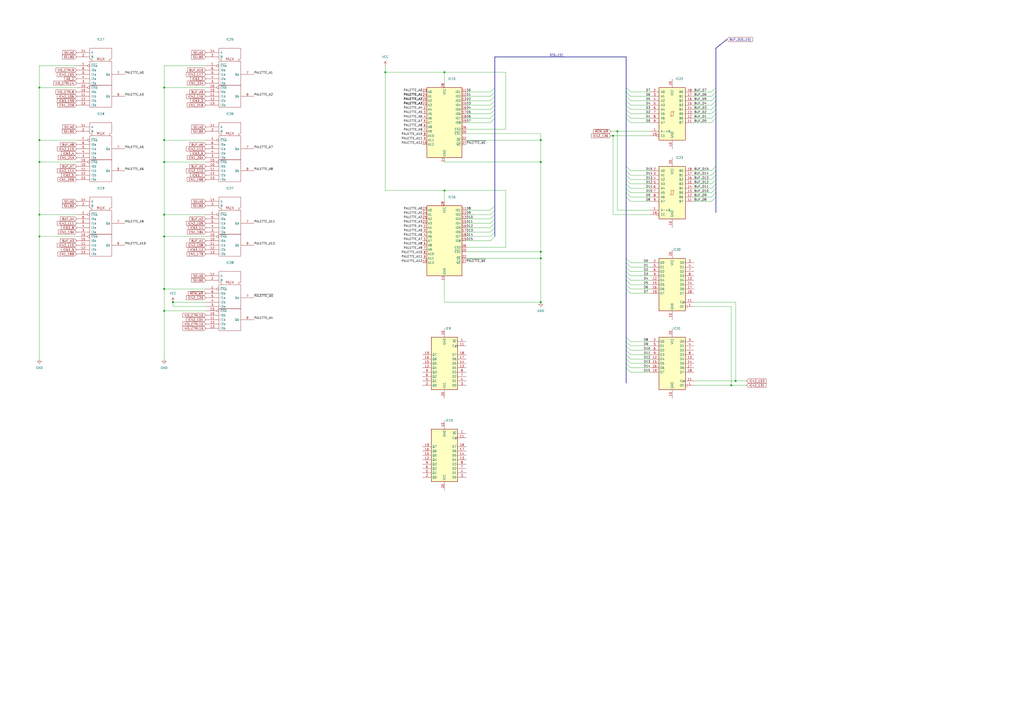
<source format=kicad_sch>
(kicad_sch (version 20211123) (generator eeschema)
  (paper "A2")
  (lib_symbols
    (symbol "74xx:74LS245" (pin_names (offset 1.016))
      (property "Reference" "U" (at -7.62 16.51 0))
      (property "Value" "74LS245" (at -7.62 -16.51 0))
      (symbol "74LS245_1_0"
        (polyline (pts (xy -0.635 -1.27) (xy -0.635 1.27) (xy 0.635 1.27)))
        (polyline (pts (xy -1.27 -1.27) (xy 0.635 -1.27) (xy 0.635 1.27) (xy 1.27 1.27)))
        (pin input line (at -12.7 -10.16 0) (length 5.08) (name "A->B") (number "1"))
        (pin power_in line (at 0 -20.32 90) (length 5.08) (name "GND") (number "10"))
        (pin tri_state line (at 12.7 -5.08 180) (length 5.08) (name "B7") (number "11"))
        (pin tri_state line (at 12.7 -2.54 180) (length 5.08) (name "B6") (number "12"))
        (pin tri_state line (at 12.7 0 180) (length 5.08) (name "B5") (number "13"))
        (pin tri_state line (at 12.7 2.54 180) (length 5.08) (name "B4") (number "14"))
        (pin tri_state line (at 12.7 5.08 180) (length 5.08) (name "B3") (number "15"))
        (pin tri_state line (at 12.7 7.62 180) (length 5.08) (name "B2") (number "16"))
        (pin tri_state line (at 12.7 10.16 180) (length 5.08) (name "B1") (number "17"))
        (pin tri_state line (at 12.7 12.7 180) (length 5.08) (name "B0") (number "18"))
        (pin input inverted (at -12.7 -12.7 0) (length 5.08) (name "CE") (number "19"))
        (pin tri_state line (at -12.7 12.7 0) (length 5.08) (name "A0") (number "2"))
        (pin power_in line (at 0 20.32 270) (length 5.08) (name "VCC") (number "20"))
        (pin tri_state line (at -12.7 10.16 0) (length 5.08) (name "A1") (number "3"))
        (pin tri_state line (at -12.7 7.62 0) (length 5.08) (name "A2") (number "4"))
        (pin tri_state line (at -12.7 5.08 0) (length 5.08) (name "A3") (number "5"))
        (pin tri_state line (at -12.7 2.54 0) (length 5.08) (name "A4") (number "6"))
        (pin tri_state line (at -12.7 0 0) (length 5.08) (name "A5") (number "7"))
        (pin tri_state line (at -12.7 -2.54 0) (length 5.08) (name "A6") (number "8"))
        (pin tri_state line (at -12.7 -5.08 0) (length 5.08) (name "A7") (number "9"))
      )
      (symbol "74LS245_1_1"
        (rectangle (start -7.62 15.24) (end 7.62 -15.24) (stroke (width 0.254)) (fill (type background)))
      )
    )
    (symbol "74xx:74LS273"
      (property "Reference" "U" (at -7.62 16.51 0))
      (property "Value" "74LS273" (at -7.62 -16.51 0))
      (symbol "74LS273_1_0"
        (pin input line (at -12.7 -12.7 0) (length 5.08) (name "~{Mr}") (number "1"))
        (pin power_in line (at 0 -20.32 90) (length 5.08) (name "GND") (number "10"))
        (pin input clock (at -12.7 -10.16 0) (length 5.08) (name "Cp") (number "11"))
        (pin output line (at 12.7 2.54 180) (length 5.08) (name "Q4") (number "12"))
        (pin input line (at -12.7 2.54 0) (length 5.08) (name "D4") (number "13"))
        (pin input line (at -12.7 0 0) (length 5.08) (name "D5") (number "14"))
        (pin output line (at 12.7 0 180) (length 5.08) (name "Q5") (number "15"))
        (pin output line (at 12.7 -2.54 180) (length 5.08) (name "Q6") (number "16"))
        (pin input line (at -12.7 -2.54 0) (length 5.08) (name "D6") (number "17"))
        (pin input line (at -12.7 -5.08 0) (length 5.08) (name "D7") (number "18"))
        (pin output line (at 12.7 -5.08 180) (length 5.08) (name "Q7") (number "19"))
        (pin output line (at 12.7 12.7 180) (length 5.08) (name "Q0") (number "2"))
        (pin power_in line (at 0 20.32 270) (length 5.08) (name "VCC") (number "20"))
        (pin input line (at -12.7 12.7 0) (length 5.08) (name "D0") (number "3"))
        (pin input line (at -12.7 10.16 0) (length 5.08) (name "D1") (number "4"))
        (pin output line (at 12.7 10.16 180) (length 5.08) (name "Q1") (number "5"))
        (pin output line (at 12.7 7.62 180) (length 5.08) (name "Q2") (number "6"))
        (pin input line (at -12.7 7.62 0) (length 5.08) (name "D2") (number "7"))
        (pin input line (at -12.7 5.08 0) (length 5.08) (name "D3") (number "8"))
        (pin output line (at 12.7 5.08 180) (length 5.08) (name "Q3") (number "9"))
      )
      (symbol "74LS273_1_1"
        (rectangle (start -7.62 15.24) (end 7.62 -15.24) (stroke (width 0.254)) (fill (type background)))
      )
    )
    (symbol "74xx:74LS374"
      (property "Reference" "U" (at -7.62 16.51 0))
      (property "Value" "74LS374" (at -7.62 -16.51 0))
      (symbol "74LS374_1_0"
        (pin input inverted (at -12.7 -12.7 0) (length 5.08) (name "OE") (number "1"))
        (pin power_in line (at 0 -20.32 90) (length 5.08) (name "GND") (number "10"))
        (pin input clock (at -12.7 -10.16 0) (length 5.08) (name "Cp") (number "11"))
        (pin tri_state line (at 12.7 2.54 180) (length 5.08) (name "O4") (number "12"))
        (pin input line (at -12.7 2.54 0) (length 5.08) (name "D4") (number "13"))
        (pin input line (at -12.7 0 0) (length 5.08) (name "D5") (number "14"))
        (pin tri_state line (at 12.7 0 180) (length 5.08) (name "O5") (number "15"))
        (pin tri_state line (at 12.7 -2.54 180) (length 5.08) (name "O6") (number "16"))
        (pin input line (at -12.7 -2.54 0) (length 5.08) (name "D6") (number "17"))
        (pin input line (at -12.7 -5.08 0) (length 5.08) (name "D7") (number "18"))
        (pin tri_state line (at 12.7 -5.08 180) (length 5.08) (name "O7") (number "19"))
        (pin tri_state line (at 12.7 12.7 180) (length 5.08) (name "O0") (number "2"))
        (pin power_in line (at 0 20.32 270) (length 5.08) (name "VCC") (number "20"))
        (pin input line (at -12.7 12.7 0) (length 5.08) (name "D0") (number "3"))
        (pin input line (at -12.7 10.16 0) (length 5.08) (name "D1") (number "4"))
        (pin tri_state line (at 12.7 10.16 180) (length 5.08) (name "O1") (number "5"))
        (pin tri_state line (at 12.7 7.62 180) (length 5.08) (name "O2") (number "6"))
        (pin input line (at -12.7 7.62 0) (length 5.08) (name "D2") (number "7"))
        (pin input line (at -12.7 5.08 0) (length 5.08) (name "D3") (number "8"))
        (pin tri_state line (at 12.7 5.08 180) (length 5.08) (name "O3") (number "9"))
      )
      (symbol "74LS374_1_1"
        (rectangle (start -7.62 15.24) (end 7.62 -15.24) (stroke (width 0.254)) (fill (type background)))
      )
    )
    (symbol "74xx_IEEE:74153" (pin_names (offset 0.762))
      (property "Reference" "U" (at 7.62 20.32 0))
      (property "Value" "74153" (at 3.81 -16.51 0))
      (symbol "74153_0_0"
        (rectangle (start -6.35 -2.54) (end 6.35 -15.24))
        (rectangle (start -6.35 11.43) (end 6.35 -2.54))
        (polyline (pts (xy -5.08 11.43) (xy -5.08 12.7) (xy -6.35 12.7) (xy -6.35 19.05) (xy 6.35 19.05) (xy 6.35 12.7) (xy 5.08 12.7) (xy 5.08 11.43) (xy 5.08 11.43)))
        (text "MUX" (at 0 12.7 0) (effects (font (size 1.524 1.524))))
        (pin power_in line (at 5.08 19.05 270) (length 0) hide (name "VCC") (number "16"))
        (pin power_in line (at 0 19.05 270) (length 0) hide (name "GND") (number "8"))
      )
      (symbol "74153_1_1"
        (pin input inverted (at -13.97 8.89 0) (length 7.62) (name "~{ENa}") (number "1"))
        (pin input line (at -13.97 -6.35 0) (length 7.62) (name "I0b") (number "10"))
        (pin input line (at -13.97 -8.89 0) (length 7.62) (name "I1b") (number "11"))
        (pin input line (at -13.97 -11.43 0) (length 7.62) (name "I2b") (number "12"))
        (pin input line (at -13.97 -13.97 0) (length 7.62) (name "I3b") (number "13"))
        (pin input line (at -13.97 16.51 0) (length 7.62) (name "A") (number "14"))
        (pin input inverted (at -13.97 -3.81 0) (length 7.62) (name "~{ENb}") (number "15"))
        (pin input line (at -13.97 13.97 0) (length 7.62) (name "B") (number "2"))
        (pin input line (at -13.97 -1.27 0) (length 7.62) (name "I3a") (number "3"))
        (pin input line (at -13.97 1.27 0) (length 7.62) (name "I2a") (number "4"))
        (pin input line (at -13.97 3.81 0) (length 7.62) (name "I1a") (number "5"))
        (pin input line (at -13.97 6.35 0) (length 7.62) (name "I0a") (number "6"))
        (pin output line (at 13.97 3.81 180) (length 7.62) (name "Qa") (number "7"))
        (pin output line (at 13.97 -8.89 180) (length 7.62) (name "Qb") (number "9"))
      )
    )
    (symbol "Irem:MB81C78A"
      (property "Reference" "U" (at -10.16 20.955 0))
      (property "Value" "MB81C78A" (at 8.89 21.59 0))
      (symbol "MB81C78A_0_0"
        (pin power_in line (at 0 -22.86 90) (length 2.54) (name "GND") (number "14"))
        (pin power_in line (at 0 22.86 270) (length 2.54) (name "VCC") (number "28"))
      )
      (symbol "MB81C78A_0_1"
        (rectangle (start -10.16 20.32) (end 10.16 -20.32) (stroke (width 0.254)) (fill (type background)))
      )
      (symbol "MB81C78A_1_1"
        (pin no_connect line (at -12.7 -17.78 0) (length 2.54) hide (name "NC") (number "1"))
        (pin input line (at -12.7 -12.7 0) (length 2.54) (name "A12") (number "10"))
        (pin tri_state line (at 12.7 17.78 180) (length 2.54) (name "IO1") (number "11"))
        (pin tri_state line (at 12.7 15.24 180) (length 2.54) (name "IO2") (number "12"))
        (pin tri_state line (at 12.7 12.7 180) (length 2.54) (name "IO3") (number "13"))
        (pin tri_state line (at 12.7 10.16 180) (length 2.54) (name "IO4") (number "15"))
        (pin tri_state line (at 12.7 7.62 180) (length 2.54) (name "IO5") (number "16"))
        (pin tri_state line (at 12.7 5.08 180) (length 2.54) (name "IO6") (number "17"))
        (pin tri_state line (at 12.7 2.54 180) (length 2.54) (name "IO7") (number "18"))
        (pin tri_state line (at 12.7 0 180) (length 2.54) (name "IO8") (number "19"))
        (pin input line (at -12.7 7.62 0) (length 2.54) (name "A4") (number "2"))
        (pin input line (at 12.7 -6.35 180) (length 2.54) (name "~{CS1}") (number "20"))
        (pin input line (at -12.7 10.16 0) (length 2.54) (name "A3") (number "21"))
        (pin input line (at 12.7 -10.16 180) (length 2.54) (name "~{OE}") (number "22"))
        (pin input line (at -12.7 17.78 0) (length 2.54) (name "A0") (number "23"))
        (pin input line (at -12.7 15.24 0) (length 2.54) (name "A1") (number "24"))
        (pin input line (at -12.7 12.7 0) (length 2.54) (name "A2") (number "25"))
        (pin input line (at 12.7 -3.81 180) (length 2.54) (name "CS2") (number "26"))
        (pin input line (at 12.7 -12.7 180) (length 2.54) (name "~{WE}") (number "27"))
        (pin input line (at -12.7 5.08 0) (length 2.54) (name "A5") (number "3"))
        (pin input line (at -12.7 2.54 0) (length 2.54) (name "A6") (number "4"))
        (pin input line (at -12.7 0 0) (length 2.54) (name "A7") (number "5"))
        (pin input line (at -12.7 -2.54 0) (length 2.54) (name "A8") (number "6"))
        (pin input line (at -12.7 -5.08 0) (length 2.54) (name "A9") (number "7"))
        (pin input line (at -12.7 -7.62 0) (length 2.54) (name "A10") (number "8"))
        (pin input line (at -12.7 -10.16 0) (length 2.54) (name "A11") (number "9"))
      )
    )
    (symbol "power:GND" (power) (pin_names (offset 0))
      (property "Value" "GND" (at 0 -3.81 0))
      (symbol "GND_0_1"
        (polyline (pts (xy 0 0) (xy 0 -1.27) (xy 1.27 -1.27) (xy 0 -2.54) (xy -1.27 -1.27) (xy 0 -1.27)))
      )
      (symbol "GND_1_1"
        (pin power_in line (at 0 0 270) (length 0) hide (name "GND") (number "1"))
      )
    )
    (symbol "power:VCC" (power) (pin_names (offset 0))
      (property "Value" "VCC" (at 0 3.81 0))
      (symbol "VCC_0_1"
        (polyline (pts (xy -0.762 1.27) (xy 0 2.54)))
        (polyline (pts (xy 0 0) (xy 0 2.54)))
        (polyline (pts (xy 0 2.54) (xy 0.762 1.27)))
      )
      (symbol "VCC_1_1"
        (pin power_in line (at 0 0 90) (length 0) hide (name "VCC") (number "1"))
      )
    )
  )
  (junction (at 95.25 167.64))
  (junction (at 95.25 137.16))
  (junction (at 95.25 81.28))
  (junction (at 223.52 41.91))
  (junction (at 95.25 124.46))
  (junction (at 313.69 149.86))
  (junction (at 257.81 41.91))
  (junction (at 95.25 50.8))
  (junction (at 22.86 81.28))
  (junction (at 355.6 78.74))
  (junction (at 95.25 180.34))
  (junction (at 313.69 175.26))
  (junction (at 22.86 50.8))
  (junction (at 100.33 175.26))
  (junction (at 257.81 110.49))
  (junction (at 426.72 220.98))
  (junction (at 313.69 146.05))
  (junction (at 313.69 81.28))
  (junction (at 22.86 137.16))
  (junction (at 22.86 124.46))
  (junction (at 22.86 93.98))
  (junction (at 358.14 76.2))
  (junction (at 95.25 93.98))
  (junction (at 313.69 93.98))
  (junction (at 424.18 223.52))
  (bus_entry (at 415.29 111.76) (size -2.54 2.54))
  (bus_entry (at 287.02 68.58) (size -2.54 2.54))
  (bus_entry (at 363.22 99.06) (size 2.54 2.54))
  (bus_entry (at 363.22 53.34) (size 2.54 2.54))
  (bus_entry (at 415.29 55.88) (size -2.54 2.54))
  (bus_entry (at 363.22 55.88) (size 2.54 2.54))
  (bus_entry (at 363.22 154.94) (size 2.54 2.54))
  (bus_entry (at 363.22 162.56) (size 2.54 2.54))
  (bus_entry (at 363.22 203.2) (size 2.54 2.54))
  (bus_entry (at 363.22 210.82) (size 2.54 2.54))
  (bus_entry (at 287.02 55.88) (size -2.54 2.54))
  (bus_entry (at 363.22 160.02) (size 2.54 2.54))
  (bus_entry (at 363.22 198.12) (size 2.54 2.54))
  (bus_entry (at 415.29 99.06) (size -2.54 2.54))
  (bus_entry (at 363.22 149.86) (size 2.54 2.54))
  (bus_entry (at 287.02 66.04) (size -2.54 2.54))
  (bus_entry (at 415.29 104.14) (size -2.54 2.54))
  (bus_entry (at 363.22 200.66) (size 2.54 2.54))
  (bus_entry (at 415.29 60.96) (size -2.54 2.54))
  (bus_entry (at 363.22 165.1) (size 2.54 2.54))
  (bus_entry (at 287.02 124.46) (size -2.54 2.54))
  (bus_entry (at 287.02 50.8) (size -2.54 2.54))
  (bus_entry (at 287.02 63.5) (size -2.54 2.54))
  (bus_entry (at 363.22 152.4) (size 2.54 2.54))
  (bus_entry (at 415.29 106.68) (size -2.54 2.54))
  (bus_entry (at 287.02 127) (size -2.54 2.54))
  (bus_entry (at 363.22 157.48) (size 2.54 2.54))
  (bus_entry (at 415.29 53.34) (size -2.54 2.54))
  (bus_entry (at 363.22 104.14) (size 2.54 2.54))
  (bus_entry (at 287.02 132.08) (size -2.54 2.54))
  (bus_entry (at 415.29 101.6) (size -2.54 2.54))
  (bus_entry (at 363.22 58.42) (size 2.54 2.54))
  (bus_entry (at 415.29 66.04) (size -2.54 2.54))
  (bus_entry (at 287.02 121.92) (size -2.54 2.54))
  (bus_entry (at 363.22 60.96) (size 2.54 2.54))
  (bus_entry (at 415.29 109.22) (size -2.54 2.54))
  (bus_entry (at 363.22 109.22) (size 2.54 2.54))
  (bus_entry (at 287.02 129.54) (size -2.54 2.54))
  (bus_entry (at 287.02 60.96) (size -2.54 2.54))
  (bus_entry (at 363.22 114.3) (size 2.54 2.54))
  (bus_entry (at 415.29 50.8) (size -2.54 2.54))
  (bus_entry (at 363.22 106.68) (size 2.54 2.54))
  (bus_entry (at 415.29 58.42) (size -2.54 2.54))
  (bus_entry (at 415.29 96.52) (size -2.54 2.54))
  (bus_entry (at 287.02 58.42) (size -2.54 2.54))
  (bus_entry (at 415.29 68.58) (size -2.54 2.54))
  (bus_entry (at 363.22 66.04) (size 2.54 2.54))
  (bus_entry (at 287.02 119.38) (size -2.54 2.54))
  (bus_entry (at 363.22 68.58) (size 2.54 2.54))
  (bus_entry (at 363.22 96.52) (size 2.54 2.54))
  (bus_entry (at 363.22 208.28) (size 2.54 2.54))
  (bus_entry (at 363.22 167.64) (size 2.54 2.54))
  (bus_entry (at 363.22 101.6) (size 2.54 2.54))
  (bus_entry (at 363.22 50.8) (size 2.54 2.54))
  (bus_entry (at 363.22 205.74) (size 2.54 2.54))
  (bus_entry (at 363.22 111.76) (size 2.54 2.54))
  (bus_entry (at 415.29 63.5) (size -2.54 2.54))
  (bus_entry (at 287.02 137.16) (size -2.54 2.54))
  (bus_entry (at 363.22 195.58) (size 2.54 2.54))
  (bus_entry (at 363.22 63.5) (size 2.54 2.54))
  (bus_entry (at 363.22 213.36) (size 2.54 2.54))
  (bus_entry (at 415.29 114.3) (size -2.54 2.54))
  (bus_entry (at 287.02 53.34) (size -2.54 2.54))
  (bus_entry (at 287.02 134.62) (size -2.54 2.54))
  (bus (pts (xy 287.02 124.46) (xy 287.02 121.92)))
  (bus (pts (xy 421.64 22.86) (xy 415.29 27.94)))
  (wire (pts (xy 412.75 66.04) (xy 402.59 66.04)))
  (wire (pts (xy 355.6 124.46) (xy 355.6 78.74)))
  (wire (pts (xy 412.75 104.14) (xy 402.59 104.14)))
  (wire (pts (xy 412.75 114.3) (xy 402.59 114.3)))
  (bus (pts (xy 415.29 53.34) (xy 415.29 55.88)))
  (wire (pts (xy 354.33 76.2) (xy 358.14 76.2)))
  (wire (pts (xy 313.69 77.47) (xy 313.69 81.28)))
  (wire (pts (xy 284.48 66.04) (xy 270.51 66.04)))
  (wire (pts (xy 365.76 116.84) (xy 377.19 116.84)))
  (wire (pts (xy 365.76 210.82) (xy 377.19 210.82)))
  (bus (pts (xy 287.02 33.02) (xy 363.22 33.02)))
  (wire (pts (xy 365.76 154.94) (xy 377.19 154.94)))
  (wire (pts (xy 270.51 149.86) (xy 313.69 149.86)))
  (wire (pts (xy 313.69 149.86) (xy 313.69 175.26)))
  (wire (pts (xy 270.51 81.28) (xy 313.69 81.28)))
  (bus (pts (xy 363.22 101.6) (xy 363.22 104.14)))
  (wire (pts (xy 365.76 101.6) (xy 377.19 101.6)))
  (wire (pts (xy 358.14 121.92) (xy 358.14 76.2)))
  (bus (pts (xy 415.29 96.52) (xy 415.29 99.06)))
  (wire (pts (xy 377.19 124.46) (xy 355.6 124.46)))
  (wire (pts (xy 284.48 53.34) (xy 270.51 53.34)))
  (bus (pts (xy 287.02 137.16) (xy 287.02 134.62)))
  (bus (pts (xy 363.22 99.06) (xy 363.22 101.6)))
  (wire (pts (xy 119.38 167.64) (xy 95.25 167.64)))
  (wire (pts (xy 284.48 134.62) (xy 270.51 134.62)))
  (bus (pts (xy 287.02 60.96) (xy 287.02 58.42)))
  (wire (pts (xy 412.75 68.58) (xy 402.59 68.58)))
  (wire (pts (xy 402.59 177.8) (xy 424.18 177.8)))
  (wire (pts (xy 426.72 175.26) (xy 426.72 220.98)))
  (wire (pts (xy 284.48 68.58) (xy 270.51 68.58)))
  (bus (pts (xy 287.02 55.88) (xy 287.02 53.34)))
  (wire (pts (xy 44.45 81.28) (xy 22.86 81.28)))
  (wire (pts (xy 313.69 93.98) (xy 313.69 146.05)))
  (wire (pts (xy 293.37 41.91) (xy 257.81 41.91)))
  (wire (pts (xy 365.76 152.4) (xy 377.19 152.4)))
  (bus (pts (xy 415.29 68.58) (xy 415.29 96.52)))
  (wire (pts (xy 365.76 53.34) (xy 377.19 53.34)))
  (bus (pts (xy 363.22 53.34) (xy 363.22 55.88)))
  (bus (pts (xy 415.29 101.6) (xy 415.29 104.14)))
  (wire (pts (xy 365.76 157.48) (xy 377.19 157.48)))
  (bus (pts (xy 363.22 58.42) (xy 363.22 60.96)))
  (bus (pts (xy 415.29 58.42) (xy 415.29 60.96)))
  (wire (pts (xy 412.75 101.6) (xy 402.59 101.6)))
  (bus (pts (xy 363.22 162.56) (xy 363.22 165.1)))
  (wire (pts (xy 22.86 208.28) (xy 22.86 137.16)))
  (bus (pts (xy 363.22 66.04) (xy 363.22 68.58)))
  (wire (pts (xy 95.25 93.98) (xy 95.25 81.28)))
  (wire (pts (xy 270.51 74.93) (xy 293.37 74.93)))
  (wire (pts (xy 95.25 208.28) (xy 95.25 180.34)))
  (wire (pts (xy 365.76 200.66) (xy 377.19 200.66)))
  (bus (pts (xy 363.22 96.52) (xy 363.22 99.06)))
  (wire (pts (xy 426.72 220.98) (xy 402.59 220.98)))
  (bus (pts (xy 363.22 213.36) (xy 363.22 222.25)))
  (bus (pts (xy 363.22 60.96) (xy 363.22 63.5)))
  (bus (pts (xy 415.29 60.96) (xy 415.29 63.5)))
  (wire (pts (xy 365.76 63.5) (xy 377.19 63.5)))
  (bus (pts (xy 287.02 132.08) (xy 287.02 129.54)))
  (bus (pts (xy 415.29 50.8) (xy 415.29 53.34)))
  (wire (pts (xy 119.38 81.28) (xy 95.25 81.28)))
  (wire (pts (xy 365.76 162.56) (xy 377.19 162.56)))
  (bus (pts (xy 363.22 198.12) (xy 363.22 200.66)))
  (bus (pts (xy 363.22 208.28) (xy 363.22 210.82)))
  (wire (pts (xy 355.6 78.74) (xy 377.19 78.74)))
  (wire (pts (xy 365.76 68.58) (xy 377.19 68.58)))
  (wire (pts (xy 223.52 41.91) (xy 223.52 110.49)))
  (wire (pts (xy 412.75 109.22) (xy 402.59 109.22)))
  (bus (pts (xy 363.22 205.74) (xy 363.22 208.28)))
  (wire (pts (xy 44.45 124.46) (xy 22.86 124.46)))
  (wire (pts (xy 119.38 180.34) (xy 95.25 180.34)))
  (bus (pts (xy 363.22 111.76) (xy 363.22 114.3)))
  (bus (pts (xy 415.29 114.3) (xy 415.29 123.19)))
  (wire (pts (xy 223.52 38.1) (xy 223.52 41.91)))
  (wire (pts (xy 293.37 110.49) (xy 257.81 110.49)))
  (wire (pts (xy 424.18 223.52) (xy 433.07 223.52)))
  (bus (pts (xy 415.29 111.76) (xy 415.29 114.3)))
  (bus (pts (xy 363.22 149.86) (xy 363.22 152.4)))
  (bus (pts (xy 363.22 154.94) (xy 363.22 157.48)))
  (bus (pts (xy 415.29 99.06) (xy 415.29 101.6)))
  (wire (pts (xy 257.81 162.56) (xy 257.81 175.26)))
  (wire (pts (xy 412.75 60.96) (xy 402.59 60.96)))
  (wire (pts (xy 22.86 93.98) (xy 22.86 81.28)))
  (bus (pts (xy 363.22 200.66) (xy 363.22 203.2)))
  (wire (pts (xy 44.45 50.8) (xy 22.86 50.8)))
  (wire (pts (xy 365.76 99.06) (xy 377.19 99.06)))
  (wire (pts (xy 424.18 177.8) (xy 424.18 223.52)))
  (wire (pts (xy 257.81 175.26) (xy 313.69 175.26)))
  (wire (pts (xy 412.75 53.34) (xy 402.59 53.34)))
  (wire (pts (xy 365.76 106.68) (xy 377.19 106.68)))
  (wire (pts (xy 402.59 175.26) (xy 426.72 175.26)))
  (wire (pts (xy 365.76 58.42) (xy 377.19 58.42)))
  (wire (pts (xy 284.48 71.12) (xy 270.51 71.12)))
  (bus (pts (xy 363.22 63.5) (xy 363.22 66.04)))
  (wire (pts (xy 365.76 167.64) (xy 377.19 167.64)))
  (wire (pts (xy 313.69 81.28) (xy 313.69 93.98)))
  (wire (pts (xy 95.25 50.8) (xy 95.25 38.1)))
  (wire (pts (xy 270.51 143.51) (xy 293.37 143.51)))
  (bus (pts (xy 287.02 68.58) (xy 287.02 66.04)))
  (wire (pts (xy 412.75 99.06) (xy 402.59 99.06)))
  (wire (pts (xy 257.81 93.98) (xy 313.69 93.98)))
  (wire (pts (xy 365.76 203.2) (xy 377.19 203.2)))
  (wire (pts (xy 284.48 132.08) (xy 270.51 132.08)))
  (wire (pts (xy 257.81 48.26) (xy 257.81 41.91)))
  (bus (pts (xy 363.22 109.22) (xy 363.22 111.76)))
  (wire (pts (xy 284.48 139.7) (xy 270.51 139.7)))
  (bus (pts (xy 415.29 104.14) (xy 415.29 106.68)))
  (wire (pts (xy 22.86 124.46) (xy 22.86 93.98)))
  (wire (pts (xy 284.48 121.92) (xy 270.51 121.92)))
  (wire (pts (xy 365.76 104.14) (xy 377.19 104.14)))
  (wire (pts (xy 44.45 93.98) (xy 22.86 93.98)))
  (bus (pts (xy 415.29 55.88) (xy 415.29 58.42)))
  (wire (pts (xy 365.76 160.02) (xy 377.19 160.02)))
  (wire (pts (xy 95.25 124.46) (xy 95.25 93.98)))
  (wire (pts (xy 270.51 146.05) (xy 313.69 146.05)))
  (bus (pts (xy 363.22 114.3) (xy 363.22 149.86)))
  (wire (pts (xy 22.86 50.8) (xy 22.86 38.1)))
  (bus (pts (xy 363.22 55.88) (xy 363.22 58.42)))
  (wire (pts (xy 365.76 213.36) (xy 377.19 213.36)))
  (wire (pts (xy 365.76 60.96) (xy 377.19 60.96)))
  (bus (pts (xy 287.02 63.5) (xy 287.02 60.96)))
  (wire (pts (xy 257.81 41.91) (xy 223.52 41.91)))
  (bus (pts (xy 287.02 121.92) (xy 287.02 119.38)))
  (wire (pts (xy 95.25 137.16) (xy 95.25 124.46)))
  (wire (pts (xy 284.48 60.96) (xy 270.51 60.96)))
  (wire (pts (xy 365.76 114.3) (xy 377.19 114.3)))
  (wire (pts (xy 284.48 63.5) (xy 270.51 63.5)))
  (wire (pts (xy 412.75 106.68) (xy 402.59 106.68)))
  (bus (pts (xy 287.02 127) (xy 287.02 124.46)))
  (wire (pts (xy 365.76 66.04) (xy 377.19 66.04)))
  (bus (pts (xy 415.29 109.22) (xy 415.29 111.76)))
  (wire (pts (xy 119.38 93.98) (xy 95.25 93.98)))
  (wire (pts (xy 119.38 137.16) (xy 95.25 137.16)))
  (bus (pts (xy 363.22 160.02) (xy 363.22 162.56)))
  (wire (pts (xy 293.37 74.93) (xy 293.37 41.91)))
  (wire (pts (xy 284.48 137.16) (xy 270.51 137.16)))
  (wire (pts (xy 354.33 78.74) (xy 355.6 78.74)))
  (bus (pts (xy 363.22 106.68) (xy 363.22 109.22)))
  (bus (pts (xy 363.22 195.58) (xy 363.22 198.12)))
  (wire (pts (xy 365.76 170.18) (xy 377.19 170.18)))
  (wire (pts (xy 119.38 124.46) (xy 95.25 124.46)))
  (wire (pts (xy 365.76 109.22) (xy 377.19 109.22)))
  (wire (pts (xy 412.75 71.12) (xy 402.59 71.12)))
  (bus (pts (xy 363.22 33.02) (xy 363.22 50.8)))
  (bus (pts (xy 287.02 53.34) (xy 287.02 50.8)))
  (wire (pts (xy 257.81 116.84) (xy 257.81 110.49)))
  (wire (pts (xy 412.75 63.5) (xy 402.59 63.5)))
  (wire (pts (xy 100.33 175.26) (xy 119.38 175.26)))
  (bus (pts (xy 287.02 119.38) (xy 287.02 68.58)))
  (bus (pts (xy 363.22 210.82) (xy 363.22 213.36)))
  (wire (pts (xy 270.51 77.47) (xy 313.69 77.47)))
  (bus (pts (xy 363.22 165.1) (xy 363.22 167.64)))
  (bus (pts (xy 287.02 58.42) (xy 287.02 55.88)))
  (wire (pts (xy 412.75 58.42) (xy 402.59 58.42)))
  (wire (pts (xy 284.48 124.46) (xy 270.51 124.46)))
  (wire (pts (xy 22.86 81.28) (xy 22.86 50.8)))
  (wire (pts (xy 22.86 38.1) (xy 44.45 38.1)))
  (bus (pts (xy 363.22 167.64) (xy 363.22 195.58)))
  (wire (pts (xy 284.48 127) (xy 270.51 127)))
  (bus (pts (xy 415.29 66.04) (xy 415.29 68.58)))
  (wire (pts (xy 22.86 137.16) (xy 22.86 124.46)))
  (wire (pts (xy 412.75 116.84) (xy 402.59 116.84)))
  (wire (pts (xy 95.25 180.34) (xy 95.25 167.64)))
  (wire (pts (xy 313.69 146.05) (xy 313.69 149.86)))
  (bus (pts (xy 415.29 27.94) (xy 415.29 50.8)))
  (wire (pts (xy 95.25 38.1) (xy 119.38 38.1)))
  (wire (pts (xy 95.25 81.28) (xy 95.25 50.8)))
  (wire (pts (xy 365.76 205.74) (xy 377.19 205.74)))
  (wire (pts (xy 44.45 137.16) (xy 22.86 137.16)))
  (bus (pts (xy 363.22 203.2) (xy 363.22 205.74)))
  (wire (pts (xy 119.38 50.8) (xy 95.25 50.8)))
  (bus (pts (xy 363.22 68.58) (xy 363.22 96.52)))
  (wire (pts (xy 95.25 167.64) (xy 95.25 137.16)))
  (wire (pts (xy 365.76 165.1) (xy 377.19 165.1)))
  (wire (pts (xy 412.75 111.76) (xy 402.59 111.76)))
  (wire (pts (xy 284.48 55.88) (xy 270.51 55.88)))
  (wire (pts (xy 358.14 76.2) (xy 377.19 76.2)))
  (wire (pts (xy 412.75 55.88) (xy 402.59 55.88)))
  (wire (pts (xy 377.19 121.92) (xy 358.14 121.92)))
  (bus (pts (xy 287.02 129.54) (xy 287.02 127)))
  (bus (pts (xy 363.22 157.48) (xy 363.22 160.02)))
  (wire (pts (xy 365.76 198.12) (xy 377.19 198.12)))
  (bus (pts (xy 363.22 50.8) (xy 363.22 53.34)))
  (bus (pts (xy 363.22 104.14) (xy 363.22 106.68)))
  (wire (pts (xy 433.07 220.98) (xy 426.72 220.98)))
  (wire (pts (xy 257.81 110.49) (xy 223.52 110.49)))
  (bus (pts (xy 287.02 66.04) (xy 287.02 63.5)))
  (wire (pts (xy 365.76 71.12) (xy 377.19 71.12)))
  (wire (pts (xy 284.48 58.42) (xy 270.51 58.42)))
  (wire (pts (xy 365.76 55.88) (xy 377.19 55.88)))
  (bus (pts (xy 363.22 152.4) (xy 363.22 154.94)))
  (wire (pts (xy 365.76 208.28) (xy 377.19 208.28)))
  (bus (pts (xy 287.02 134.62) (xy 287.02 132.08)))
  (wire (pts (xy 100.33 177.8) (xy 100.33 175.26)))
  (wire (pts (xy 365.76 215.9) (xy 377.19 215.9)))
  (wire (pts (xy 293.37 143.51) (xy 293.37 110.49)))
  (bus (pts (xy 287.02 50.8) (xy 287.02 33.02)))
  (wire (pts (xy 284.48 129.54) (xy 270.51 129.54)))
  (wire (pts (xy 119.38 177.8) (xy 100.33 177.8)))
  (bus (pts (xy 415.29 63.5) (xy 415.29 66.04)))
  (wire (pts (xy 365.76 111.76) (xy 377.19 111.76)))
  (wire (pts (xy 402.59 223.52) (xy 424.18 223.52)))
  (bus (pts (xy 415.29 106.68) (xy 415.29 109.22)))
  (label "D6" (at 374.65 55.88 0))
  (label "D3" (at 374.65 63.5 0))
  (label "PALETTE_A3" (at 245.11 60.96 180))
  (label "PALETTE_A10" (at 245.11 147.32 180))
  (label "BUF_D2" (at 402.59 66.04 0))
  (label "D8" (at 373.38 198.12 0))
  (label "D15" (at 373.38 215.9 0))
  (label "D1" (at 270.51 55.88 0))
  (label "BUF_D8" (at 402.59 116.84 0))
  (label "D7" (at 374.65 53.34 0))
  (label "D2" (at 270.51 58.42 0))
  (label "D10" (at 373.38 203.2 0))
  (label "PALETTE_A4" (at 245.11 132.08 180))
  (label "PALETTE_A9" (at 245.11 144.78 180))
  (label "PALETTE_A2" (at 245.11 58.42 180))
  (label "BUF_D13" (at 402.59 104.14 0))
  (label "PALETTE_A8" (at 147.32 99.06 0))
  (label "PALETTE_A0" (at 245.11 121.92 180))
  (label "D9" (at 270.51 124.46 0))
  (label "BUF_D11" (at 402.59 109.22 0))
  (label "BUF_D9" (at 402.59 114.3 0))
  (label "PALETTE_A12" (at 147.32 142.24 0))
  (label "D4" (at 373.38 162.56 0))
  (label "BUF_D0" (at 402.59 71.12 0))
  (label "BUF_D1" (at 402.59 68.58 0))
  (label "D14" (at 270.51 137.16 0))
  (label "BUF_D12" (at 402.59 106.68 0))
  (label "PALETTE_A6" (at 245.11 137.16 180))
  (label "D6" (at 270.51 68.58 0))
  (label "D11" (at 270.51 129.54 0))
  (label "~{PALETTE_WE}" (at 270.51 83.82 0))
  (label "D13" (at 270.51 134.62 0))
  (label "PALETTE_A2" (at 147.32 55.88 0))
  (label "BUF_D3" (at 402.59 63.5 0))
  (label "PALETTE_A1" (at 245.11 55.88 180))
  (label "D13" (at 373.38 210.82 0))
  (label "~{PALETTE_WE}" (at 270.51 152.4 0))
  (label "PALETTE_A7" (at 245.11 139.7 180))
  (label "D3" (at 373.38 160.02 0))
  (label "PALETTE_A1" (at 147.32 43.18 0))
  (label "PALETTE_A8" (at 245.11 142.24 180))
  (label "D14" (at 373.38 213.36 0))
  (label "D6" (at 373.38 167.64 0))
  (label "D12" (at 270.51 132.08 0))
  (label "D15" (at 374.65 99.06 0))
  (label "PALETTE_A2" (at 245.11 58.42 180))
  (label "D12" (at 373.38 208.28 0))
  (label "D10" (at 270.51 127 0))
  (label "PALETTE_A11" (at 245.11 149.86 180))
  (label "D4" (at 270.51 63.5 0))
  (label "PALETTE_A0" (at 245.11 53.34 180))
  (label "PALETTE_A8" (at 245.11 73.66 180))
  (label "D1" (at 374.65 68.58 0))
  (label "D15" (at 270.51 139.7 0))
  (label "D3" (at 270.51 60.96 0))
  (label "PALETTE_A5" (at 245.11 134.62 180))
  (label "PALETTE_A2" (at 245.11 127 180))
  (label "BUF_D15" (at 402.59 99.06 0))
  (label "PALETTE_A11" (at 245.11 81.28 180))
  (label "PALETTE_A10" (at 245.11 78.74 180))
  (label "PALETTE_A4" (at 245.11 63.5 180))
  (label "BUF_D4" (at 402.59 60.96 0))
  (label "PALETTE_A6" (at 245.11 68.58 180))
  (label "D14" (at 374.65 101.6 0))
  (label "PALETTE_A3" (at 72.39 55.88 0))
  (label "PALETTE_A3" (at 245.11 60.96 180))
  (label "~{PALETTE_WE}" (at 147.32 172.72 0))
  (label "BUF_D6" (at 402.59 55.88 0))
  (label "D7" (at 270.51 71.12 0))
  (label "PALETTE_A11" (at 147.32 129.54 0))
  (label "D5" (at 374.65 58.42 0))
  (label "D0" (at 374.65 71.12 0))
  (label "PALETTE_A7" (at 147.32 86.36 0))
  (label "PALETTE_A0" (at 72.39 43.18 0))
  (label "D12" (at 374.65 106.68 0))
  (label "PALETTE_A12" (at 245.11 83.82 180))
  (label "BUF_D7" (at 402.59 53.34 0))
  (label "D0" (at 373.38 152.4 0))
  (label "D9" (at 373.38 200.66 0))
  (label "D1" (at 373.38 154.94 0))
  (label "D[0..15]" (at 318.77 33.02 0))
  (label "D9" (at 374.65 114.3 0))
  (label "PALETTE_A9" (at 245.11 76.2 180))
  (label "PALETTE_A10" (at 72.39 142.24 0))
  (label "PALETTE_A6" (at 72.39 99.06 0))
  (label "D11" (at 374.65 109.22 0))
  (label "PALETTE_A12" (at 245.11 152.4 180))
  (label "BUF_D5" (at 402.59 58.42 0))
  (label "D13" (at 374.65 104.14 0))
  (label "D0" (at 270.51 53.34 0))
  (label "PALETTE_A4" (at 147.32 185.42 0))
  (label "PALETTE_A5" (at 72.39 86.36 0))
  (label "BUF_D10" (at 402.59 111.76 0))
  (label "D5" (at 373.38 165.1 0))
  (label "PALETTE_A3" (at 245.11 129.54 180))
  (label "D11" (at 373.38 205.74 0))
  (label "PALETTE_A9" (at 72.39 129.54 0))
  (label "BUF_D14" (at 402.59 101.6 0))
  (label "D2" (at 374.65 66.04 0))
  (label "PALETTE_A7" (at 245.11 71.12 180))
  (label "D8" (at 270.51 121.92 0))
  (label "PALETTE_A5" (at 245.11 66.04 180))
  (label "D7" (at 373.38 170.18 0))
  (label "D4" (at 374.65 60.96 0))
  (label "D10" (at 374.65 111.76 0))
  (label "D5" (at 270.51 66.04 0))
  (label "PALETTE_A1" (at 245.11 55.88 180))
  (label "D8" (at 374.65 116.84 0))
  (label "PALETTE_A1" (at 245.11 124.46 180))
  (label "D2" (at 373.38 157.48 0))
  (global_label "SELB0" (shape input) (at 119.38 162.56 180) (property "Intersheet References" "${INTERSHEET_REFS}" (effects hide)))
  (global_label "IC63_11" (shape input) (at 119.38 132.08 180) (property "Intersheet References" "${INTERSHEET_REFS}" (effects hide)))
  (global_label "CN1_17B" (shape input) (at 119.38 147.32 180) (property "Intersheet References" "${INTERSHEET_REFS}" (effects hide)))
  (global_label "IC42_120" (shape input) (at 119.38 172.72 180) (property "Intersheet References" "${INTERSHEET_REFS}" (effects hide)))
  (global_label "SELA0" (shape input) (at 119.38 160.02 180) (property "Intersheet References" "${INTERSHEET_REFS}" (effects hide)))
  (global_label "BUF_A9" (shape input) (at 119.38 53.34 180) (property "Intersheet References" "${INTERSHEET_REFS}" (effects hide)))
  (global_label "VID_CTRL8" (shape input) (at 44.45 53.34 180) (property "Intersheet References" "${INTERSHEET_REFS}" (effects hide)))
  (global_label "IC42_108" (shape input) (at 119.38 142.24 180) (property "Intersheet References" "${INTERSHEET_REFS}" (effects hide)))
  (global_label "IC63_8" (shape input) (at 44.45 132.08 180) (property "Intersheet References" "${INTERSHEET_REFS}" (effects hide)))
  (global_label "VID_CTRL10" (shape input) (at 119.38 182.88 180) (property "Intersheet References" "${INTERSHEET_REFS}" (effects hide)))
  (global_label "SELA0" (shape input) (at 44.45 116.84 180) (property "Intersheet References" "${INTERSHEET_REFS}" (effects hide)))
  (global_label "SELB0" (shape input) (at 119.38 33.02 180) (property "Intersheet References" "${INTERSHEET_REFS}" (effects hide)))
  (global_label "IC63_2" (shape input) (at 119.38 45.72 180) (property "Intersheet References" "${INTERSHEET_REFS}" (effects hide)))
  (global_label "IC63_9" (shape input) (at 44.45 144.78 180) (property "Intersheet References" "${INTERSHEET_REFS}" (effects hide)))
  (global_label "BUF_A6" (shape input) (at 119.38 83.82 180) (property "Intersheet References" "${INTERSHEET_REFS}" (effects hide)))
  (global_label "IC42_106" (shape input) (at 44.45 55.88 180) (property "Intersheet References" "${INTERSHEET_REFS}" (effects hide)))
  (global_label "CN1_21A" (shape input) (at 44.45 91.44 180) (property "Intersheet References" "${INTERSHEET_REFS}" (effects hide)))
  (global_label "CN1_22B" (shape input) (at 44.45 60.96 180) (property "Intersheet References" "${INTERSHEET_REFS}" (effects hide)))
  (global_label "BUF_D[0..15]" (shape input) (at 421.64 22.86 0) (property "Intersheet References" "${INTERSHEET_REFS}" (effects hide)))
  (global_label "IC42_111" (shape input) (at 44.45 129.54 180) (property "Intersheet References" "${INTERSHEET_REFS}" (effects hide)))
  (global_label "BUF_A8" (shape input) (at 44.45 83.82 180) (property "Intersheet References" "${INTERSHEET_REFS}" (effects hide)))
  (global_label "IC42_114" (shape input) (at 44.45 99.06 180) (property "Intersheet References" "${INTERSHEET_REFS}" (effects hide)))
  (global_label "IC63_3" (shape input) (at 119.38 58.42 180) (property "Intersheet References" "${INTERSHEET_REFS}" (effects hide)))
  (global_label "CN1_22A" (shape input) (at 119.38 48.26 180) (property "Intersheet References" "${INTERSHEET_REFS}" (effects hide)))
  (global_label "CN1_21B" (shape input) (at 119.38 60.96 180) (property "Intersheet References" "${INTERSHEET_REFS}" (effects hide)))
  (global_label "CN1_19B" (shape input) (at 119.38 104.14 180) (property "Intersheet References" "${INTERSHEET_REFS}" (effects hide)))
  (global_label "BUF_A1" (shape input) (at 119.38 139.7 180) (property "Intersheet References" "${INTERSHEET_REFS}" (effects hide)))
  (global_label "SELB0" (shape input) (at 119.38 76.2 180) (property "Intersheet References" "${INTERSHEET_REFS}" (effects hide)))
  (global_label "IC63_6" (shape input) (at 119.38 88.9 180) (property "Intersheet References" "${INTERSHEET_REFS}" (effects hide)))
  (global_label "IC63_12" (shape input) (at 119.38 144.78 180) (property "Intersheet References" "${INTERSHEET_REFS}" (effects hide)))
  (global_label "VID_CTRL9" (shape input) (at 44.45 40.64 180) (property "Intersheet References" "${INTERSHEET_REFS}" (effects hide)))
  (global_label "SELA0" (shape input) (at 44.45 73.66 180) (property "Intersheet References" "${INTERSHEET_REFS}" (effects hide)))
  (global_label "SELB0" (shape input) (at 44.45 119.38 180) (property "Intersheet References" "${INTERSHEET_REFS}" (effects hide)))
  (global_label "~{MEM_WR}" (shape input) (at 119.38 170.18 180) (property "Intersheet References" "${INTERSHEET_REFS}" (effects hide)))
  (global_label "BUF_A10" (shape input) (at 119.38 40.64 180) (property "Intersheet References" "${INTERSHEET_REFS}" (effects hide)))
  (global_label "SELB0" (shape input) (at 119.38 119.38 180) (property "Intersheet References" "${INTERSHEET_REFS}" (effects hide)))
  (global_label "IC63_4" (shape input) (at 44.45 88.9 180) (property "Intersheet References" "${INTERSHEET_REFS}" (effects hide)))
  (global_label "IC63_5" (shape input) (at 44.45 101.6 180) (property "Intersheet References" "${INTERSHEET_REFS}" (effects hide)))
  (global_label "~{MEM_WR}" (shape input) (at 354.33 76.2 180) (property "Intersheet References" "${INTERSHEET_REFS}" (effects hide)))
  (global_label "BUF_A4" (shape input) (at 44.45 127 180) (property "Intersheet References" "${INTERSHEET_REFS}" (effects hide)))
  (global_label "VID_CTRL15" (shape input) (at 119.38 190.5 180) (property "Intersheet References" "${INTERSHEET_REFS}" (effects hide)))
  (global_label "CN1_18B" (shape input) (at 44.45 147.32 180) (property "Intersheet References" "${INTERSHEET_REFS}" (effects hide)))
  (global_label "IC42_116" (shape input) (at 119.38 55.88 180) (property "Intersheet References" "${INTERSHEET_REFS}" (effects hide)))
  (global_label "SELA0" (shape input) (at 119.38 73.66 180) (property "Intersheet References" "${INTERSHEET_REFS}" (effects hide)))
  (global_label "CN1_18A" (shape input) (at 119.38 134.62 180) (property "Intersheet References" "${INTERSHEET_REFS}" (effects hide)))
  (global_label "SELA0" (shape input) (at 119.38 116.84 180) (property "Intersheet References" "${INTERSHEET_REFS}" (effects hide)))
  (global_label "SELA0" (shape input) (at 119.38 30.48 180) (property "Intersheet References" "${INTERSHEET_REFS}" (effects hide)))
  (global_label "SELB0" (shape input) (at 44.45 76.2 180) (property "Intersheet References" "${INTERSHEET_REFS}" (effects hide)))
  (global_label "CN1_20B" (shape input) (at 44.45 104.14 180) (property "Intersheet References" "${INTERSHEET_REFS}" (effects hide)))
  (global_label "BUF_A3" (shape input) (at 44.45 139.7 180) (property "Intersheet References" "${INTERSHEET_REFS}" (effects hide)))
  (global_label "IC42_113" (shape input) (at 119.38 86.36 180) (property "Intersheet References" "${INTERSHEET_REFS}" (effects hide)))
  (global_label "IC42_109" (shape input) (at 119.38 129.54 180) (property "Intersheet References" "${INTERSHEET_REFS}" (effects hide)))
  (global_label "IC42_110" (shape input) (at 44.45 142.24 180) (property "Intersheet References" "${INTERSHEET_REFS}" (effects hide)))
  (global_label "IC42_105" (shape input) (at 44.45 43.18 180) (property "Intersheet References" "${INTERSHEET_REFS}" (effects hide)))
  (global_label "CN1_19A" (shape input) (at 44.45 134.62 180) (property "Intersheet References" "${INTERSHEET_REFS}" (effects hide)))
  (global_label "IC42_136" (shape input) (at 354.33 78.74 180) (property "Intersheet References" "${INTERSHEET_REFS}" (effects hide)))
  (global_label "IC63_7" (shape input) (at 119.38 101.6 180) (property "Intersheet References" "${INTERSHEET_REFS}" (effects hide)))
  (global_label "CN1_20A" (shape input) (at 119.38 91.44 180) (property "Intersheet References" "${INTERSHEET_REFS}" (effects hide)))
  (global_label "BUF_A5" (shape input) (at 119.38 96.52 180) (property "Intersheet References" "${INTERSHEET_REFS}" (effects hide)))
  (global_label "VID_CTRL15" (shape input) (at 119.38 187.96 180) (property "Intersheet References" "${INTERSHEET_REFS}" (effects hide)))
  (global_label "BUF_A7" (shape input) (at 44.45 96.52 180) (property "Intersheet References" "${INTERSHEET_REFS}" (effects hide)))
  (global_label "VID_CTRL14" (shape input) (at 44.45 48.26 180) (property "Intersheet References" "${INTERSHEET_REFS}" (effects hide)))
  (global_label "IC42_131" (shape input) (at 433.07 223.52 0) (property "Intersheet References" "${INTERSHEET_REFS}" (effects hide)))
  (global_label "IC42_112" (shape input) (at 119.38 99.06 180) (property "Intersheet References" "${INTERSHEET_REFS}" (effects hide)))
  (global_label "IC42_115" (shape input) (at 44.45 86.36 180) (property "Intersheet References" "${INTERSHEET_REFS}" (effects hide)))
  (global_label "SELA0" (shape input) (at 44.45 30.48 180) (property "Intersheet References" "${INTERSHEET_REFS}" (effects hide)))
  (global_label "SELB0" (shape input) (at 44.45 33.02 180) (property "Intersheet References" "${INTERSHEET_REFS}" (effects hide)))
  (global_label "BUF_A2" (shape input) (at 119.38 127 180) (property "Intersheet References" "${INTERSHEET_REFS}" (effects hide)))
  (global_label "IC63_159" (shape input) (at 44.45 58.42 180) (property "Intersheet References" "${INTERSHEET_REFS}" (effects hide)))
  (global_label "IC42_104" (shape input) (at 119.38 185.42 180) (property "Intersheet References" "${INTERSHEET_REFS}" (effects hide)))
  (global_label "IC42_117" (shape input) (at 119.38 43.18 180) (property "Intersheet References" "${INTERSHEET_REFS}" (effects hide)))
  (global_label "IC42_103" (shape input) (at 433.07 220.98 0) (property "Intersheet References" "${INTERSHEET_REFS}" (effects hide)))
  (global_label "A0_2" (shape input) (at 44.45 45.72 180) (property "Intersheet References" "${INTERSHEET_REFS}" (effects hide)))
  (symbol (lib_id "74xx_IEEE:74153") (at 58.42 46.99 0) (unit 1)
    (property "Reference" "IC17" (at 58.42 22.86 0))
  )
  (symbol (lib_id "74xx_IEEE:74153") (at 58.42 133.35 0) (unit 1)
    (property "Reference" "IC19" (at 58.42 109.22 0))
  )
  (symbol (lib_id "74xx:74LS273") (at 257.81 210.82 180) (unit 1)
    (property "Reference" "IC9" (at 258.3306 190.5 0) (effects (justify right)))
    (property "Datasheet" "http://www.ti.com/lit/gpn/sn74LS273" (effects hide))
  )
  (symbol (lib_id "74xx:74LS245") (at 389.89 66.04 0) (unit 1)
    (property "Reference" "IC22" (at 391.9094 45.72 0) (effects (justify left)))
    (property "Datasheet" "http://www.ti.com/lit/gpn/sn74LS245" (effects hide))
  )
  (symbol (lib_id "74xx:74LS374") (at 389.89 210.82 0) (mirror y) (unit 1)
    (property "Reference" "IC31" (at 390.4106 190.5 0) (effects (justify right)))
    (property "Datasheet" "http://www.ti.com/lit/gpn/sn74LS374" (effects hide))
  )
  (symbol (lib_id "Irem:MB81C78A") (at 257.81 71.12 0) (unit 1)
    (property "Reference" "IC15" (at 259.8294 45.72 0) (effects (justify left)))
  )
  (symbol (lib_id "74xx:74LS273") (at 257.81 264.16 180) (unit 1)
    (property "Reference" "IC10" (at 258.3306 243.84 0) (effects (justify right)))
    (property "Datasheet" "http://www.ti.com/lit/gpn/sn74LS273" (effects hide))
  )
  (symbol (lib_id "74xx:74LS245") (at 389.89 111.76 0) (unit 1)
    (property "Reference" "IC23" (at 391.9094 91.44 0) (effects (justify left)))
    (property "Datasheet" "http://www.ti.com/lit/gpn/sn74LS245" (effects hide))
  )
  (symbol (lib_id "74xx_IEEE:74153") (at 133.35 176.53 0) (unit 1)
    (property "Reference" "IC28" (at 133.35 152.4 0))
  )
  (symbol (lib_id "74xx_IEEE:74153") (at 58.42 90.17 0) (unit 1)
    (property "Reference" "IC18" (at 58.42 66.04 0))
  )
  (symbol (lib_id "power:GND") (at 313.69 175.26 0) (unit 1)
    (property "Reference" "#PWR?" (effects hide))
  )
  (symbol (lib_id "74xx_IEEE:74153") (at 133.35 133.35 0) (unit 1)
    (property "Reference" "IC27" (at 133.35 109.22 0))
  )
  (symbol (lib_id "Irem:MB81C78A") (at 257.81 139.7 0) (unit 1)
    (property "Reference" "IC16" (at 259.8294 114.3 0) (effects (justify left)))
  )
  (symbol (lib_id "power:GND") (at 95.25 208.28 0) (unit 1)
    (property "Reference" "#PWR?" (effects hide))
  )
  (symbol (lib_id "74xx_IEEE:74153") (at 133.35 90.17 0) (unit 1)
    (property "Reference" "IC26" (at 133.35 66.04 0))
  )
  (symbol (lib_id "power:VCC") (at 223.52 38.1 0) (unit 1)
    (property "Reference" "#PWR?" (effects hide))
  )
  (symbol (lib_id "power:VCC") (at 100.33 175.26 0) (unit 1)
    (property "Reference" "#PWR?" (effects hide))
  )
  (symbol (lib_id "74xx:74LS374") (at 389.89 165.1 0) (mirror y) (unit 1)
    (property "Reference" "IC30" (at 390.4106 144.78 0) (effects (justify right)))
    (property "Datasheet" "http://www.ti.com/lit/gpn/sn74LS374" (effects hide))
  )
  (symbol (lib_id "power:GND") (at 22.86 208.28 0) (unit 1)
    (property "Reference" "#PWR?" (effects hide))
  )
  (symbol (lib_id "74xx_IEEE:74153") (at 133.35 46.99 0) (unit 1)
    (property "Reference" "IC25" (at 133.35 22.86 0))
  )
)
</source>
